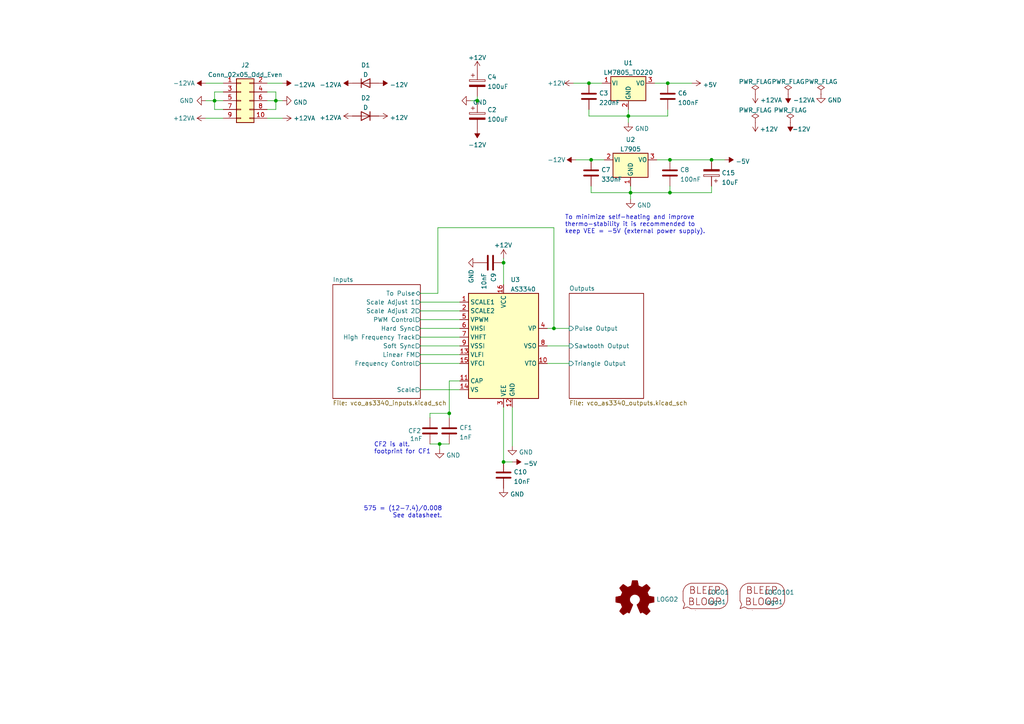
<source format=kicad_sch>
(kicad_sch (version 20211123) (generator eeschema)
  (paper "A4")
  (title_block (title "3340_VCO") (date "2023-01-09") (rev "2.1") (company "RobotDialogs"))
  (lib_symbols
    (symbol "Audio:AS3340"
      (property "Reference" "U" (at -5.08 17.78 0))
      (property "Value" "AS3340" (at 5.08 17.78 0))
      (symbol "AS3340_0_1"
        (rectangle (start -10.16 15.24) (end 10.16 -15.24) (stroke (width 0.254)) (fill (type background)))
      )
      (symbol "AS3340_1_1"
        (pin input line (at -12.7 12.7 0) (length 2.54) (name "SCALE1") (number "1"))
        (pin output line (at 12.7 -5.08 180) (length 2.54) (name "VTO") (number "10"))
        (pin passive line (at -12.7 -10.16 0) (length 2.54) (name "CAP") (number "11"))
        (pin power_in line (at 2.54 -17.78 90) (length 2.54) (name "GND") (number "12"))
        (pin input line (at -12.7 -2.54 0) (length 2.54) (name "VLFI") (number "13"))
        (pin passive line (at -12.7 -12.7 0) (length 2.54) (name "VS") (number "14"))
        (pin input line (at -12.7 -5.08 0) (length 2.54) (name "VFCI") (number "15"))
        (pin power_in line (at 0 17.78 270) (length 2.54) (name "VCC") (number "16"))
        (pin input line (at -12.7 10.16 0) (length 2.54) (name "SCALE2") (number "2"))
        (pin power_in line (at 0 -17.78 90) (length 2.54) (name "VEE") (number "3"))
        (pin output line (at 12.7 5.08 180) (length 2.54) (name "VP") (number "4"))
        (pin input line (at -12.7 7.62 0) (length 2.54) (name "VPWM") (number "5"))
        (pin input line (at -12.7 5.08 0) (length 2.54) (name "VHSI") (number "6"))
        (pin input line (at -12.7 2.54 0) (length 2.54) (name "VHFT") (number "7"))
        (pin output line (at 12.7 0 180) (length 2.54) (name "VSO") (number "8"))
        (pin input line (at -12.7 0 0) (length 2.54) (name "VSSI") (number "9"))
      )
    )
    (symbol "Connector_Generic:Conn_02x05_Odd_Even" (pin_names (offset 1.016) hide)
      (property "Reference" "J" (at 1.27 7.62 0))
      (property "Value" "Conn_02x05_Odd_Even" (at 1.27 -7.62 0))
      (symbol "Conn_02x05_Odd_Even_1_1"
        (rectangle (start -1.27 -4.953) (end 0 -5.207) (stroke (width 0.1524)))
        (rectangle (start -1.27 -2.413) (end 0 -2.667) (stroke (width 0.1524)))
        (rectangle (start -1.27 0.127) (end 0 -0.127) (stroke (width 0.1524)))
        (rectangle (start -1.27 2.667) (end 0 2.413) (stroke (width 0.1524)))
        (rectangle (start -1.27 5.207) (end 0 4.953) (stroke (width 0.1524)))
        (rectangle (start -1.27 6.35) (end 3.81 -6.35) (stroke (width 0.254)) (fill (type background)))
        (rectangle (start 3.81 -4.953) (end 2.54 -5.207) (stroke (width 0.1524)))
        (rectangle (start 3.81 -2.413) (end 2.54 -2.667) (stroke (width 0.1524)))
        (rectangle (start 3.81 0.127) (end 2.54 -0.127) (stroke (width 0.1524)))
        (rectangle (start 3.81 2.667) (end 2.54 2.413) (stroke (width 0.1524)))
        (rectangle (start 3.81 5.207) (end 2.54 4.953) (stroke (width 0.1524)))
        (pin passive line (at -5.08 5.08 0) (length 3.81) (name "Pin_1") (number "1"))
        (pin passive line (at 7.62 -5.08 180) (length 3.81) (name "Pin_10") (number "10"))
        (pin passive line (at 7.62 5.08 180) (length 3.81) (name "Pin_2") (number "2"))
        (pin passive line (at -5.08 2.54 0) (length 3.81) (name "Pin_3") (number "3"))
        (pin passive line (at 7.62 2.54 180) (length 3.81) (name "Pin_4") (number "4"))
        (pin passive line (at -5.08 0 0) (length 3.81) (name "Pin_5") (number "5"))
        (pin passive line (at 7.62 0 180) (length 3.81) (name "Pin_6") (number "6"))
        (pin passive line (at -5.08 -2.54 0) (length 3.81) (name "Pin_7") (number "7"))
        (pin passive line (at 7.62 -2.54 180) (length 3.81) (name "Pin_8") (number "8"))
        (pin passive line (at -5.08 -5.08 0) (length 3.81) (name "Pin_9") (number "9"))
      )
    )
    (symbol "Device:C" (pin_numbers hide) (pin_names (offset 0.254))
      (property "Reference" "C" (at 0.635 2.54 0))
      (property "Value" "C" (at 0.635 -2.54 0))
      (symbol "C_0_1"
        (polyline (pts (xy -2.032 -0.762) (xy 2.032 -0.762)) (stroke (width 0.508)))
        (polyline (pts (xy -2.032 0.762) (xy 2.032 0.762)) (stroke (width 0.508)))
      )
      (symbol "C_1_1"
        (pin passive line (at 0 3.81 270) (length 2.794) (name "~") (number "1"))
        (pin passive line (at 0 -3.81 90) (length 2.794) (name "~") (number "2"))
      )
    )
    (symbol "Device:C_Polarized" (pin_numbers hide) (pin_names (offset 0.254))
      (property "Reference" "C" (at 0.635 2.54 0))
      (property "Value" "C_Polarized" (at 0.635 -2.54 0))
      (symbol "C_Polarized_0_1"
        (rectangle (start -2.286 0.508) (end 2.286 1.016))
        (polyline (pts (xy -1.778 2.286) (xy -0.762 2.286)))
        (polyline (pts (xy -1.27 2.794) (xy -1.27 1.778)))
        (rectangle (start 2.286 -0.508) (end -2.286 -1.016) (fill (type outline)))
      )
      (symbol "C_Polarized_1_1"
        (pin passive line (at 0 3.81 270) (length 2.794) (name "~") (number "1"))
        (pin passive line (at 0 -3.81 90) (length 2.794) (name "~") (number "2"))
      )
    )
    (symbol "Device:D" (pin_numbers hide) (pin_names (offset 1.016) hide)
      (property "Reference" "D" (at 0 2.54 0))
      (property "Value" "D" (at 0 -2.54 0))
      (symbol "D_0_1"
        (polyline (pts (xy -1.27 1.27) (xy -1.27 -1.27)) (stroke (width 0.254)))
        (polyline (pts (xy 1.27 0) (xy -1.27 0)))
        (polyline (pts (xy 1.27 1.27) (xy 1.27 -1.27) (xy -1.27 0) (xy 1.27 1.27)) (stroke (width 0.254)))
      )
      (symbol "D_1_1"
        (pin passive line (at -3.81 0 0) (length 2.54) (name "K") (number "1"))
        (pin passive line (at 3.81 0 180) (length 2.54) (name "A") (number "2"))
      )
    )
    (symbol "My Stuff:Logo_Open_Hardware_Small" (pin_names (offset 1.016))
      (property "Reference" "LOGO1" (at 0 6.985 0))
      (symbol "Logo_Open_Hardware_Small_0_1"
        (polyline (pts (xy 3.3528 -4.3434) (xy 3.302 -4.318) (xy 3.175 -4.2418) (xy 2.9972 -4.1148) (xy 2.7686 -3.9624) (xy 2.54 -3.81) (xy 2.3622 -3.7084) (xy 2.2352 -3.6068) (xy 2.1844 -3.5814) (xy 2.159 -3.6068) (xy 2.0574 -3.6576) (xy 1.905 -3.7338) (xy 1.8034 -3.7846) (xy 1.6764 -3.8354) (xy 1.6002 -3.8354) (xy 1.6002 -3.8354) (xy 1.5494 -3.7338) (xy 1.4732 -3.5306) (xy 1.3462 -3.302) (xy 1.2446 -3.0226) (xy 1.1176 -2.7178) (xy 0.9652 -2.413) (xy 0.8636 -2.1082) (xy 0.7366 -1.8288) (xy 0.6604 -1.6256) (xy 0.6096 -1.4732) (xy 0.5842 -1.397) (xy 0.5842 -1.397) (xy 0.6604 -1.3208) (xy 0.7874 -1.2446) (xy 1.0414 -1.016) (xy 1.2954 -0.6858) (xy 1.4478 -0.3302) (xy 1.524 0.0762) (xy 1.4732 0.4572) (xy 1.3208 0.8128) (xy 1.0668 1.143) (xy 0.762 1.3716) (xy 0.4064 1.524) (xy 0 1.5748) (xy -0.381 1.5494) (xy -0.7366 1.397) (xy -1.0668 1.143) (xy -1.2192 0.9906) (xy -1.397 0.6604) (xy -1.524 0.3048) (xy -1.524 0.2286) (xy -1.4986 -0.1778) (xy -1.397 -0.5334) (xy -1.1938 -0.8636) (xy -0.9144 -1.143) (xy -0.8636 -1.1684) (xy -0.7366 -1.27) (xy -0.635 -1.3462) (xy -0.5842 -1.397) (xy -1.0668 -2.5908) (xy -1.143 -2.794) (xy -1.2954 -3.1242) (xy -1.397 -3.4036) (xy -1.4986 -3.6322) (xy -1.5748 -3.7846) (xy -1.6002 -3.8354) (xy -1.6002 -3.8354) (xy -1.651 -3.8354) (xy -1.7272 -3.81) (xy -1.905 -3.7338) (xy -2.0066 -3.683) (xy -2.1336 -3.6068) (xy -2.2098 -3.5814) (xy -2.2606 -3.6068) (xy -2.3622 -3.683) (xy -2.54 -3.81) (xy -2.7686 -3.9624) (xy -2.9718 -4.0894) (xy -3.1496 -4.2164) (xy -3.302 -4.318) (xy -3.3528 -4.3434) (xy -3.3782 -4.3434) (xy -3.429 -4.318) (xy -3.5306 -4.2164) (xy -3.7084 -4.064) (xy -3.937 -3.8354) (xy -3.9624 -3.81) (xy -4.1656 -3.6068) (xy -4.318 -3.4544) (xy -4.4196 -3.3274) (xy -4.445 -3.2766) (xy -4.445 -3.2766) (xy -4.4196 -3.2258) (xy -4.318 -3.0734) (xy -4.2164 -2.8956) (xy -4.064 -2.667) (xy -3.6576 -2.0828) (xy -3.8862 -1.5494) (xy -3.937 -1.3716) (xy -4.0386 -1.1684) (xy -4.0894 -1.0414) (xy -4.1148 -0.9652) (xy -4.191 -0.9398) (xy -4.318 -0.9144) (xy -4.5466 -0.8636) (xy -4.8006 -0.8128) (xy -5.0546 -0.7874) (xy -5.2578 -0.7366) (xy -5.4356 -0.7112) (xy -5.5118 -0.6858) (xy -5.5118 -0.6858) (xy -5.5372 -0.635) (xy -5.5372 -0.5588) (xy -5.5372 -0.4318) (xy -5.5626 -0.2286) (xy -5.5626 0.0762) (xy -5.5626 0.127) (xy -5.5372 0.4064) (xy -5.5372 0.635) (xy -5.5372 0.762) (xy -5.5372 0.8382) (xy -5.5372 0.8382) (xy -5.461 0.8382) (xy -5.3086 0.889) (xy -5.08 0.9144) (xy -4.826 0.9652) (xy -4.8006 0.9906) (xy -4.5466 1.0414) (xy -4.318 1.0668) (xy -4.1656 1.1176) (xy -4.0894 1.143) (xy -4.0894 1.143) (xy -4.0386 1.2446) (xy -3.9624 1.4224) (xy -3.8608 1.6256) (xy -3.7846 1.8288) (xy -3.7084 2.0066) (xy -3.6576 2.159) (xy -3.6322 2.2098) (xy -3.6322 2.2098) (xy -3.683 2.286) (xy -3.7592 2.413) (xy -3.8862 2.5908) (xy -4.064 2.8194) (xy -4.064 2.8448) (xy -4.2164 3.0734) (xy -4.3434 3.2512) (xy -4.4196 3.3782) (xy -4.445 3.4544) (xy -4.445 3.4544) (xy -4.3942 3.5052) (xy -4.2926 3.6322) (xy -4.1148 3.81) (xy -3.937 4.0132) (xy -3.8608 4.064) (xy -3.6576 4.2926) (xy -3.5052 4.4196) (xy -3.4036 4.4958) (xy -3.3528 4.5212) (xy -3.3528 4.5212) (xy -3.302 4.4704) (xy -3.1496 4.3688) (xy -2.9718 4.2418) (xy -2.7432 4.0894) (xy -2.7178 4.0894) (xy -2.4892 3.937) (xy -2.3114 3.81) (xy -2.1844 3.7084) (xy -2.1336 3.683) (xy -2.1082 3.683) (xy -2.032 3.7084) (xy -1.8542 3.7592) (xy -1.6764 3.8354) (xy -1.4732 3.937) (xy -1.27 4.0132) (xy -1.143 4.064) (xy -1.0668 4.1148) (xy -1.0668 4.1148) (xy -1.0414 4.191) (xy -1.016 4.3434) (xy -0.9652 4.572) (xy -0.9144 4.8514) (xy -0.889 4.9022) (xy -0.8382 5.1562) (xy -0.8128 5.3848) (xy -0.7874 5.5372) (xy -0.762 5.588) (xy -0.7112 5.6134) (xy -0.5842 5.6134) (xy -0.4064 5.6134) (xy -0.1524 5.6134) (xy 0.0762 5.6134) (xy 0.3302 5.6134) (xy 0.5334 5.6134) (xy 0.6858 5.588) (xy 0.7366 5.588) (xy 0.7366 5.588) (xy 0.762 5.5118) (xy 0.8128 5.334) (xy 0.8382 5.1054) (xy 0.9144 4.826) (xy 0.9144 4.7752) (xy 0.9652 4.5212) (xy 1.016 4.2926) (xy 1.0414 4.1402) (xy 1.0668 4.0894) (xy 1.0668 4.0894) (xy 1.1938 4.0386) (xy 1.3716 3.9624) (xy 1.5748 3.8608) (xy 2.0828 3.6576) (xy 2.7178 4.0894) (xy 2.7686 4.1402) (xy 2.9972 4.2926) (xy 3.175 4.4196) (xy 3.302 4.4958) (xy 3.3782 4.5212) (xy 3.3782 4.5212) (xy 3.429 4.4704) (xy 3.556 4.3434) (xy 3.7338 4.191) (xy 3.9116 3.9878) (xy 4.064 3.8354) (xy 4.2418 3.6576) (xy 4.3434 3.556) (xy 4.4196 3.4798) (xy 4.4196 3.429) (xy 4.4196 3.4036) (xy 4.3942 3.3274) (xy 4.2926 3.2004) (xy 4.1656 2.9972) (xy 4.0132 2.794) (xy 3.8862 2.5908) (xy 3.7592 2.3876) (xy 3.6576 2.2352) (xy 3.6322 2.159) (xy 3.6322 2.1336) (xy 3.683 2.0066) (xy 3.7592 1.8288) (xy 3.8608 1.6002) (xy 4.064 1.1176) (xy 4.3942 1.0414) (xy 4.5974 1.016) (xy 4.8768 0.9652) (xy 5.1308 0.9144) (xy 5.5372 0.8382) (xy 5.5626 -0.6604) (xy 5.4864 -0.6858) (xy 5.4356 -0.6858) (xy 5.2832 -0.7366) (xy 5.0546 -0.762) (xy 4.8006 -0.8128) (xy 4.5974 -0.8636) (xy 4.3688 -0.9144) (xy 4.2164 -0.9398) (xy 4.1402 -0.9398) (xy 4.1148 -0.9652) (xy 4.064 -1.0668) (xy 3.9878 -1.2446) (xy 3.9116 -1.4478) (xy 3.81 -1.651) (xy 3.7338 -1.8542) (xy 3.683 -2.0066) (xy 3.6576 -2.0828) (xy 3.683 -2.1336) (xy 3.7846 -2.2606) (xy 3.8862 -2.4638) (xy 4.0386 -2.667) (xy 4.191 -2.8956) (xy 4.318 -3.0734) (xy 4.3942 -3.2004) (xy 4.445 -3.2766) (xy 4.4196 -3.3274) (xy 4.3434 -3.429) (xy 4.1656 -3.5814) (xy 3.937 -3.8354) (xy 3.8862 -3.8608) (xy 3.683 -4.064) (xy 3.5306 -4.2164) (xy 3.4036 -4.318) (xy 3.3528 -4.3434)) (fill (type outline)))
      )
    )
    (symbol "My Stuff:logo1" (pin_names (offset 1.016))
      (property "Reference" "LOGO" (at 0 -4.826 0))
      (property "Value" "logo1" (at 0 4.826 0))
      (symbol "logo1_0_0"
        (text "" (at -1.27 1.27 0) (effects (font (size 1.27 1.27))))
        (text "BLEEP" (at 0 1.524 0) (effects (font (size 2 2))))
        (text "BLOOP" (at 0 -1.778 0) (effects (font (size 2 2))))
      )
      (symbol "logo1_0_1"
        (rectangle (start -2.794 -4.318) (end -2.794 -4.318) (stroke (width 0.1524)))
        (polyline (pts (xy -6.35 1.27) (xy -6.35 -1.524)) (stroke (width 0.1524)))
        (polyline (pts (xy -4.064 -3.81) (xy 4.318 -3.81)) (stroke (width 0.1524)))
        (polyline (pts (xy -4.064 3.556) (xy 4.318 3.556)) (stroke (width 0.1524)))
        (polyline (pts (xy 6.604 1.27) (xy 6.604 -1.524)) (stroke (width 0.1524)))
        (polyline (pts (xy -6.35 1.27) (xy -6.096 2.032) (xy -5.588 2.794) (xy -4.826 3.302) (xy -4.064 3.556)) (stroke (width 0.1524)))
        (polyline (pts (xy -4.064 -3.81) (xy -5.08 -3.302) (xy -6.35 -3.81) (xy -5.842 -2.54) (xy -6.35 -1.524)) (stroke (width 0.1524)))
        (polyline (pts (xy 4.318 3.556) (xy 5.08 3.302) (xy 5.842 2.794) (xy 6.35 2.032) (xy 6.604 1.27)) (stroke (width 0.1524)))
        (polyline (pts (xy 6.604 -1.524) (xy 6.35 -2.286) (xy 5.842 -3.048) (xy 5.08 -3.556) (xy 4.318 -3.81)) (stroke (width 0.1524)))
      )
    )
    (symbol "Regulator_Linear:L7905" (pin_names (offset 0.254))
      (property "Reference" "U" (at -3.81 -3.175 0))
      (property "Value" "L7905" (at 0 -3.175 0))
      (symbol "L7905_0_1"
        (rectangle (start -5.08 5.08) (end 5.08 -1.905) (stroke (width 0.254)) (fill (type background)))
      )
      (symbol "L7905_1_1"
        (pin power_in line (at 0 7.62 270) (length 2.54) (name "GND") (number "1"))
        (pin power_in line (at -7.62 0 0) (length 2.54) (name "VI") (number "2"))
        (pin power_out line (at 7.62 0 180) (length 2.54) (name "VO") (number "3"))
      )
    )
    (symbol "Regulator_Linear:LM7805_TO220" (pin_names (offset 0.254))
      (property "Reference" "U" (at -3.81 3.175 0))
      (property "Value" "LM7805_TO220" (at 0 3.175 0))
      (symbol "LM7805_TO220_0_1"
        (rectangle (start -5.08 1.905) (end 5.08 -5.08) (stroke (width 0.254)) (fill (type background)))
      )
      (symbol "LM7805_TO220_1_1"
        (pin power_in line (at -7.62 0 0) (length 2.54) (name "VI") (number "1"))
        (pin power_in line (at 0 -7.62 90) (length 2.54) (name "GND") (number "2"))
        (pin power_out line (at 7.62 0 180) (length 2.54) (name "VO") (number "3"))
      )
    )
    (symbol "power:+12V" (power) (pin_names (offset 0))
      (property "Value" "+12V" (at 0 3.556 0))
      (symbol "+12V_0_1"
        (polyline (pts (xy -0.762 1.27) (xy 0 2.54)))
        (polyline (pts (xy 0 0) (xy 0 2.54)))
        (polyline (pts (xy 0 2.54) (xy 0.762 1.27)))
      )
      (symbol "+12V_1_1"
        (pin power_in line (at 0 0 90) (length 0) hide (name "+12V") (number "1"))
      )
    )
    (symbol "power:+12VA" (power) (pin_names (offset 0))
      (property "Value" "+12VA" (at 0 3.556 0))
      (symbol "+12VA_0_1"
        (polyline (pts (xy -0.762 1.27) (xy 0 2.54)))
        (polyline (pts (xy 0 0) (xy 0 2.54)))
        (polyline (pts (xy 0 2.54) (xy 0.762 1.27)))
      )
      (symbol "+12VA_1_1"
        (pin power_in line (at 0 0 90) (length 0) hide (name "+12VA") (number "1"))
      )
    )
    (symbol "power:+5V" (power) (pin_names (offset 0))
      (property "Value" "+5V" (at 0 3.556 0))
      (symbol "+5V_0_1"
        (polyline (pts (xy -0.762 1.27) (xy 0 2.54)))
        (polyline (pts (xy 0 0) (xy 0 2.54)))
        (polyline (pts (xy 0 2.54) (xy 0.762 1.27)))
      )
      (symbol "+5V_1_1"
        (pin power_in line (at 0 0 90) (length 0) hide (name "+5V") (number "1"))
      )
    )
    (symbol "power:-12V" (power) (pin_names (offset 0))
      (property "Value" "-12V" (at 0 3.81 0))
      (symbol "-12V_0_0"
        (pin power_in line (at 0 0 90) (length 0) hide (name "-12V") (number "1"))
      )
      (symbol "-12V_0_1"
        (polyline (pts (xy 0 0) (xy 0 1.27) (xy 0.762 1.27) (xy 0 2.54) (xy -0.762 1.27) (xy 0 1.27)) (fill (type outline)))
      )
    )
    (symbol "power:-12VA" (power) (pin_names (offset 0))
      (property "Value" "-12VA" (at 0 3.556 0))
      (symbol "-12VA_0_0"
        (pin power_in line (at 0 0 90) (length 0) hide (name "-12VA") (number "1"))
      )
      (symbol "-12VA_0_1"
        (polyline (pts (xy 0 0) (xy 0 1.27) (xy 0.762 1.27) (xy 0 2.54) (xy -0.762 1.27) (xy 0 1.27)) (fill (type outline)))
      )
    )
    (symbol "power:-5V" (power) (pin_names (offset 0))
      (property "Value" "-5V" (at 0 3.81 0))
      (symbol "-5V_0_0"
        (pin power_in line (at 0 0 90) (length 0) hide (name "-5V") (number "1"))
      )
      (symbol "-5V_0_1"
        (polyline (pts (xy 0 0) (xy 0 1.27) (xy 0.762 1.27) (xy 0 2.54) (xy -0.762 1.27) (xy 0 1.27)) (fill (type outline)))
      )
    )
    (symbol "power:GND" (power) (pin_names (offset 0))
      (property "Value" "GND" (at 0 -3.81 0))
      (symbol "GND_0_1"
        (polyline (pts (xy 0 0) (xy 0 -1.27) (xy 1.27 -1.27) (xy 0 -2.54) (xy -1.27 -1.27) (xy 0 -1.27)))
      )
      (symbol "GND_1_1"
        (pin power_in line (at 0 0 270) (length 0) hide (name "GND") (number "1"))
      )
    )
    (symbol "power:PWR_FLAG" (power) (pin_numbers hide) (pin_names (offset 0) hide)
      (property "Value" "PWR_FLAG" (at 0 3.81 0))
      (symbol "PWR_FLAG_0_0"
        (pin power_out line (at 0 0 90) (length 0) (name "pwr") (number "1"))
      )
      (symbol "PWR_FLAG_0_1"
        (polyline (pts (xy 0 0) (xy 0 1.27) (xy -1.016 1.905) (xy 0 2.54) (xy 1.016 1.905) (xy 0 1.27)))
      )
    )
  )
  (junction (at 194.31 55.88))
  (junction (at 80.01 29.21))
  (junction (at 127.508 128.778))
  (junction (at 130.302 119.888))
  (junction (at 206.375 46.355))
  (junction (at 146.05 133.985))
  (junction (at 160.655 95.25))
  (junction (at 171.45 46.355))
  (junction (at 170.815 24.13))
  (junction (at 62.23 29.21))
  (junction (at 194.31 46.355))
  (junction (at 182.88 55.88))
  (junction (at 182.245 33.655))
  (junction (at 146.05 76.2))
  (junction (at 138.43 29.21))
  (junction (at 193.675 24.13))
  (wire (pts (xy 127 66.04) (xy 160.655 66.04)))
  (wire (pts (xy 146.05 133.985) (xy 148.59 133.985)))
  (wire (pts (xy 121.92 92.71) (xy 133.35 92.71)))
  (wire (pts (xy 127.508 130.302) (xy 127.508 128.778)))
  (wire (pts (xy 182.245 31.75) (xy 182.245 33.655)))
  (wire (pts (xy 138.43 29.21) (xy 138.43 29.845)))
  (wire (pts (xy 136.525 29.21) (xy 138.43 29.21)))
  (wire (pts (xy 189.865 24.13) (xy 193.675 24.13)))
  (wire (pts (xy 148.59 129.413) (xy 148.59 118.11)))
  (wire (pts (xy 62.23 26.67) (xy 62.23 29.21)))
  (wire (pts (xy 64.77 26.67) (xy 62.23 26.67)))
  (wire (pts (xy 121.92 113.03) (xy 133.35 113.03)))
  (wire (pts (xy 167.005 46.355) (xy 171.45 46.355)))
  (wire (pts (xy 80.01 29.21) (xy 80.01 31.75)))
  (wire (pts (xy 171.45 46.355) (xy 175.26 46.355)))
  (wire (pts (xy 182.88 55.88) (xy 182.88 57.785)))
  (wire (pts (xy 146.05 118.11) (xy 146.05 133.985)))
  (wire (pts (xy 158.75 105.41) (xy 165.1 105.41)))
  (wire (pts (xy 133.35 110.49) (xy 130.302 110.49)))
  (wire (pts (xy 193.675 24.13) (xy 200.66 24.13)))
  (wire (pts (xy 130.302 110.49) (xy 130.302 119.888)))
  (wire (pts (xy 121.92 87.63) (xy 133.35 87.63)))
  (wire (pts (xy 59.69 24.13) (xy 64.77 24.13)))
  (wire (pts (xy 160.655 66.04) (xy 160.655 95.25)))
  (wire (pts (xy 127 66.04) (xy 127 85.09)))
  (wire (pts (xy 194.31 46.355) (xy 206.375 46.355)))
  (wire (pts (xy 146.05 76.2) (xy 146.05 82.55)))
  (wire (pts (xy 206.375 53.975) (xy 206.375 55.88)))
  (wire (pts (xy 171.45 53.975) (xy 171.45 55.88)))
  (wire (pts (xy 62.23 29.21) (xy 64.77 29.21)))
  (wire (pts (xy 121.92 95.25) (xy 133.35 95.25)))
  (wire (pts (xy 206.375 46.355) (xy 210.185 46.355)))
  (wire (pts (xy 182.88 53.975) (xy 182.88 55.88)))
  (wire (pts (xy 77.47 24.13) (xy 81.915 24.13)))
  (wire (pts (xy 77.47 26.67) (xy 80.01 26.67)))
  (wire (pts (xy 62.23 29.21) (xy 62.23 31.75)))
  (wire (pts (xy 170.815 31.75) (xy 170.815 33.655)))
  (wire (pts (xy 80.01 29.21) (xy 81.915 29.21)))
  (wire (pts (xy 121.92 100.33) (xy 133.35 100.33)))
  (wire (pts (xy 130.302 119.888) (xy 130.302 121.158)))
  (wire (pts (xy 170.815 33.655) (xy 182.245 33.655)))
  (wire (pts (xy 80.01 26.67) (xy 80.01 29.21)))
  (wire (pts (xy 127.508 128.778) (xy 130.302 128.778)))
  (wire (pts (xy 80.01 31.75) (xy 77.47 31.75)))
  (wire (pts (xy 193.675 33.655) (xy 193.675 31.75)))
  (wire (pts (xy 182.245 33.655) (xy 193.675 33.655)))
  (wire (pts (xy 62.23 31.75) (xy 64.77 31.75)))
  (wire (pts (xy 121.92 90.17) (xy 133.35 90.17)))
  (wire (pts (xy 158.75 95.25) (xy 160.655 95.25)))
  (wire (pts (xy 77.47 34.29) (xy 81.915 34.29)))
  (wire (pts (xy 194.31 55.88) (xy 194.31 53.975)))
  (wire (pts (xy 127 85.09) (xy 121.92 85.09)))
  (wire (pts (xy 124.714 121.158) (xy 124.714 119.888)))
  (wire (pts (xy 166.37 24.13) (xy 170.815 24.13)))
  (wire (pts (xy 146.05 74.93) (xy 146.05 76.2)))
  (wire (pts (xy 59.69 29.21) (xy 62.23 29.21)))
  (wire (pts (xy 121.92 97.79) (xy 133.35 97.79)))
  (wire (pts (xy 158.75 100.33) (xy 165.1 100.33)))
  (wire (pts (xy 190.5 46.355) (xy 194.31 46.355)))
  (wire (pts (xy 206.375 55.88) (xy 194.31 55.88)))
  (wire (pts (xy 77.47 29.21) (xy 80.01 29.21)))
  (wire (pts (xy 160.655 95.25) (xy 165.1 95.25)))
  (wire (pts (xy 64.77 34.29) (xy 59.69 34.29)))
  (wire (pts (xy 124.714 119.888) (xy 130.302 119.888)))
  (wire (pts (xy 138.43 27.94) (xy 138.43 29.21)))
  (wire (pts (xy 182.245 33.655) (xy 182.245 35.56)))
  (wire (pts (xy 124.714 128.778) (xy 127.508 128.778)))
  (wire (pts (xy 171.45 55.88) (xy 182.88 55.88)))
  (wire (pts (xy 121.92 102.87) (xy 133.35 102.87)))
  (wire (pts (xy 170.815 24.13) (xy 174.625 24.13)))
  (wire (pts (xy 182.88 55.88) (xy 194.31 55.88)))
  (wire (pts (xy 121.92 105.41) (xy 133.35 105.41)))
  (text "575 = (12-7.4)/0.008\nSee datasheet." (at 128.27 150.368 180) (effects (font (size 1.27 1.27)) (justify right bottom)))
  (text "To minimize self-heating and improve\nthermo-stability it is recommended to\nkeep VEE = -5V (external power supply)." (at 163.83 67.945 0) (effects (font (size 1.27 1.27)) (justify left bottom)))
  (text "CF2 is alt. \nfootprint for CF1" (at 108.458 131.826 0) (effects (font (size 1.27 1.27)) (justify left bottom)))
  (symbol (lib_id "Device:D") (at 106.045 24.13 0) (unit 1)
    (property "Reference" "D1" (at 106.045 18.8935 0))
    (property "Value" "D" (at 106.045 21.6686 0))
    (property "Footprint" "Diode_THT:D_A-405_P2.54mm_Vertical_KathodeUp" (effects hide))
  )
  (symbol (lib_id "Device:C_Polarized") (at 138.43 24.13 0) (unit 1)
    (property "Reference" "C4" (at 141.351 22.3325 0) (effects (justify left)))
    (property "Value" "100uF" (at 141.351 25.1076 0) (effects (justify left)))
    (property "Footprint" "Capacitor_THT:CP_Radial_D5.0mm_P2.50mm" (effects hide))
  )
  (symbol (lib_id "power:+12VA") (at 59.69 34.29 90) (unit 1)
    (property "Reference" "#PWR0106" (effects hide))
    (property "Value" "+12VA" (at 50.165 34.29 90) (effects (justify right)))
  )
  (symbol (lib_id "power:-12VA") (at 228.6 27.305 180) (unit 1)
    (property "Reference" "#PWR0126" (effects hide))
    (property "Value" "-12VA" (at 229.997 29.054 0) (effects (justify right)))
  )
  (symbol (lib_id "power:+12V") (at 138.43 20.32 0) (unit 1)
    (property "Reference" "#PWR0130" (effects hide))
    (property "Value" "+12V" (at 138.43 16.7155 0))
  )
  (symbol (lib_id "power:GND") (at 148.59 129.413 0) (unit 1)
    (property "Reference" "#PWR06" (effects hide))
    (property "Value" "GND" (at 150.495 131.162 0) (effects (justify left)))
  )
  (symbol (lib_id "power:GND") (at 138.43 76.2 270) (unit 1)
    (property "Reference" "#PWR05" (effects hide))
    (property "Value" "GND" (at 136.681 78.105 0) (effects (justify left)))
  )
  (symbol (lib_id "Connector_Generic:Conn_02x05_Odd_Even") (at 69.85 29.21 0) (unit 1)
    (property "Reference" "J2" (at 71.12 18.8935 0))
    (property "Value" "Conn_02x05_Odd_Even" (at 71.12 21.6686 0))
    (property "Footprint" "Connector_IDC:IDC-Header_2x05_P2.54mm_Vertical" (effects hide))
  )
  (symbol (lib_id "My Stuff:Logo_Open_Hardware_Small") (at 184.15 173.99 0) (unit 1)
    (property "Reference" "LOGO2" (at 190.3476 173.834 0) (effects (justify left)))
    (property "Value" "Logo_Open_Hardware_Small" (effects hide))
    (property "Footprint" "Symbol:OSHW-Symbol_6.7x6mm_SilkScreen" (effects hide))
  )
  (symbol (lib_id "power:-12V") (at 138.43 37.465 180) (unit 1)
    (property "Reference" "#PWR0122" (effects hide))
    (property "Value" "-12V" (at 138.43 42.0275 0))
  )
  (symbol (lib_id "power:+12V") (at 109.855 33.655 270) (unit 1)
    (property "Reference" "#PWR0112" (effects hide))
    (property "Value" "+12V" (at 113.03 34.134 90) (effects (justify left)))
  )
  (symbol (lib_id "power:-12VA") (at 59.69 24.13 90) (unit 1)
    (property "Reference" "#PWR0105" (effects hide))
    (property "Value" "-12VA" (at 50.165 24.13 90) (effects (justify right)))
  )
  (symbol (lib_id "power:-12V") (at 229.235 35.56 180) (unit 1)
    (property "Reference" "#PWR0127" (effects hide))
    (property "Value" "-12V" (at 232.41 37.465 0))
  )
  (symbol (lib_id "Device:C_Polarized") (at 138.43 33.655 0) (unit 1)
    (property "Reference" "C2" (at 141.351 31.8575 0) (effects (justify left)))
    (property "Value" "100uF" (at 141.351 34.6326 0) (effects (justify left)))
    (property "Footprint" "Capacitor_THT:CP_Radial_D5.0mm_P2.50mm" (effects hide))
  )
  (symbol (lib_id "power:PWR_FLAG") (at 219.075 35.56 0) (unit 1)
    (property "Reference" "#FLG0102" (effects hide))
    (property "Value" "PWR_FLAG" (at 219.075 31.9555 0))
  )
  (symbol (lib_id "power:-5V") (at 148.59 133.985 270) (unit 1)
    (property "Reference" "#PWR09" (effects hide))
    (property "Value" "-5V" (at 151.765 134.464 90) (effects (justify left)))
  )
  (symbol (lib_id "power:GND") (at 182.245 35.56 0) (unit 1)
    (property "Reference" "#PWR0101" (effects hide))
    (property "Value" "GND" (at 184.15 37.309 0) (effects (justify left)))
  )
  (symbol (lib_id "power:+12V") (at 219.075 35.56 180) (unit 1)
    (property "Reference" "#PWR0124" (effects hide))
    (property "Value" "+12V" (at 220.345 37.465 0) (effects (justify right)))
  )
  (symbol (lib_id "Device:C") (at 194.31 50.165 0) (unit 1)
    (property "Reference" "C8" (at 197.231 49.2565 0) (effects (justify left)))
    (property "Value" "100nF" (at 197.231 52.0316 0) (effects (justify left)))
    (property "Footprint" "Capacitor_SMD:C_1206_3216Metric_Pad1.33x1.80mm_HandSolder" (effects hide))
  )
  (symbol (lib_id "power:+12VA") (at 219.075 27.305 180) (unit 1)
    (property "Reference" "#PWR0125" (effects hide))
    (property "Value" "+12VA" (at 220.472 29.054 0) (effects (justify right)))
  )
  (symbol (lib_id "power:PWR_FLAG") (at 238.125 27.305 0) (unit 1)
    (property "Reference" "#FLG0103" (effects hide))
    (property "Value" "PWR_FLAG" (at 238.125 23.7005 0))
  )
  (symbol (lib_id "power:GND") (at 146.05 141.605 0) (unit 1)
    (property "Reference" "#PWR010" (effects hide))
    (property "Value" "GND" (at 147.955 143.354 0) (effects (justify left)))
  )
  (symbol (lib_id "power:-12VA") (at 102.235 24.13 90) (unit 1)
    (property "Reference" "#PWR0107" (effects hide))
    (property "Value" "-12VA" (at 99.06 24.609 90) (effects (justify left)))
  )
  (symbol (lib_id "Device:C") (at 130.302 124.968 0) (unit 1)
    (property "Reference" "CF1" (at 133.223 124.0595 0) (effects (justify left)))
    (property "Value" "1nF" (at 133.223 126.8346 0) (effects (justify left)))
    (property "Footprint" "Capacitor_THT:C_Rect_L10.0mm_W2.5mm_P7.50mm_MKS4" (effects hide))
  )
  (symbol (lib_id "power:GND") (at 182.88 57.785 0) (unit 1)
    (property "Reference" "#PWR03" (effects hide))
    (property "Value" "GND" (at 184.785 59.534 0) (effects (justify left)))
  )
  (symbol (lib_id "power:+12V") (at 146.05 74.93 0) (unit 1)
    (property "Reference" "#PWR04" (effects hide))
    (property "Value" "+12V" (at 148.59 71.12 0) (effects (justify right)))
  )
  (symbol (lib_id "power:PWR_FLAG") (at 219.075 27.305 0) (unit 1)
    (property "Reference" "#FLG0101" (effects hide))
    (property "Value" "PWR_FLAG" (at 219.075 23.7005 0))
  )
  (symbol (lib_id "power:PWR_FLAG") (at 228.6 27.305 0) (unit 1)
    (property "Reference" "#FLG0104" (effects hide))
    (property "Value" "PWR_FLAG" (at 228.6 23.7005 0))
  )
  (symbol (lib_id "Device:C") (at 146.05 137.795 0) (unit 1)
    (property "Reference" "C10" (at 148.971 136.8865 0) (effects (justify left)))
    (property "Value" "10nF" (at 148.971 139.6616 0) (effects (justify left)))
    (property "Footprint" "Capacitor_SMD:C_1206_3216Metric_Pad1.33x1.80mm_HandSolder" (effects hide))
  )
  (symbol (lib_id "power:+5V") (at 200.66 24.13 270) (unit 1)
    (property "Reference" "#PWR0102" (effects hide))
    (property "Value" "+5V" (at 203.835 24.609 90) (effects (justify left)))
  )
  (symbol (lib_id "Regulator_Linear:LM7805_TO220") (at 182.245 24.13 0) (unit 1)
    (property "Reference" "U1" (at 182.245 18.2585 0))
    (property "Value" "LM7805_TO220" (at 182.245 21.0336 0))
    (property "Footprint" "Package_TO_SOT_THT:TO-220-3_Vertical" (effects hide))
    (property "Datasheet" "https://www.onsemi.cn/PowerSolutions/document/MC7800-D.PDF" (effects hide))
  )
  (symbol (lib_id "power:+12V") (at 166.37 24.13 90) (unit 1)
    (property "Reference" "#PWR0103" (effects hide))
    (property "Value" "+12V" (at 158.75 24.13 90) (effects (justify right)))
  )
  (symbol (lib_id "power:-12V") (at 167.005 46.355 90) (unit 1)
    (property "Reference" "#PWR01" (effects hide))
    (property "Value" "-12V" (at 158.75 46.355 90) (effects (justify right)))
  )
  (symbol (lib_id "power:GND") (at 81.915 29.21 90) (unit 1)
    (property "Reference" "#PWR0111" (effects hide))
    (property "Value" "GND" (at 85.09 29.689 90) (effects (justify right)))
  )
  (symbol (lib_id "Device:C") (at 193.675 27.94 0) (unit 1)
    (property "Reference" "C6" (at 196.596 27.0315 0) (effects (justify left)))
    (property "Value" "100nF" (at 196.596 29.8066 0) (effects (justify left)))
    (property "Footprint" "Capacitor_SMD:C_1206_3216Metric_Pad1.33x1.80mm_HandSolder" (effects hide))
  )
  (symbol (lib_id "Audio:AS3340") (at 146.05 100.33 0) (unit 1)
    (property "Reference" "U3" (at 148.0694 81.1235 0) (effects (justify left)))
    (property "Value" "AS3340" (at 148.0694 83.8986 0) (effects (justify left)))
    (property "Footprint" "Package_DIP:DIP-16_W7.62mm_Socket_LongPads" (effects hide))
    (property "Datasheet" "http://www.alfarzpp.lv/eng/sc/AS3340.pdf" (effects hide))
  )
  (symbol (lib_id "Device:C_Polarized") (at 206.375 50.165 180) (unit 1)
    (property "Reference" "C15" (at 209.296 50.1455 0) (effects (justify right)))
    (property "Value" "10uF" (at 209.296 52.9206 0) (effects (justify right)))
    (property "Footprint" "Capacitor_THT:CP_Radial_D5.0mm_P2.50mm" (effects hide))
  )
  (symbol (lib_id "power:+12VA") (at 102.235 33.655 90) (unit 1)
    (property "Reference" "#PWR0108" (effects hide))
    (property "Value" "+12VA" (at 99.06 34.134 90) (effects (justify left)))
  )
  (symbol (lib_id "Device:C") (at 171.45 50.165 0) (unit 1)
    (property "Reference" "C7" (at 174.371 49.2565 0) (effects (justify left)))
    (property "Value" "330nF" (at 174.371 52.0316 0) (effects (justify left)))
    (property "Footprint" "Capacitor_SMD:C_1206_3216Metric_Pad1.33x1.80mm_HandSolder" (effects hide))
  )
  (symbol (lib_id "power:-12V") (at 109.855 24.13 270) (unit 1)
    (property "Reference" "#PWR0113" (effects hide))
    (property "Value" "-12V" (at 113.03 24.609 90) (effects (justify left)))
  )
  (symbol (lib_id "My Stuff:logo1") (at 220.98 172.72 0) (unit 1)
    (property "Reference" "LOGO101" (at 221.615 171.8115 0) (effects (justify left)))
    (property "Value" "logo1" (at 221.615 174.5866 0) (effects (justify left)))
    (property "Footprint" "My Stuff:Logo2" (effects hide))
  )
  (symbol (lib_id "Device:C") (at 170.815 27.94 0) (unit 1)
    (property "Reference" "C3" (at 173.736 27.0315 0) (effects (justify left)))
    (property "Value" "220nF" (at 173.736 29.8066 0) (effects (justify left)))
    (property "Footprint" "Capacitor_SMD:C_1206_3216Metric_Pad1.33x1.80mm_HandSolder" (effects hide))
  )
  (symbol (lib_id "power:-5V") (at 210.185 46.355 270) (unit 1)
    (property "Reference" "#PWR02" (effects hide))
    (property "Value" "-5V" (at 213.36 46.834 90) (effects (justify left)))
  )
  (symbol (lib_id "power:GND") (at 136.525 29.21 270) (unit 1)
    (property "Reference" "#PWR0123" (effects hide))
    (property "Value" "GND" (at 137.16 29.689 90) (effects (justify left)))
  )
  (symbol (lib_id "power:-12VA") (at 81.915 24.13 270) (unit 1)
    (property "Reference" "#PWR0109" (effects hide))
    (property "Value" "-12VA" (at 85.09 24.609 90) (effects (justify left)))
  )
  (symbol (lib_id "Regulator_Linear:L7905") (at 182.88 46.355 0) (mirror x) (unit 1)
    (property "Reference" "U2" (at 182.88 40.4835 0))
    (property "Value" "L7905" (at 182.88 43.2586 0))
    (property "Footprint" "Package_TO_SOT_THT:TO-220-3_Vertical" (effects hide))
    (property "Datasheet" "http://www.st.com/content/ccc/resource/technical/document/datasheet/c9/16/86/41/c7/2b/45/f2/CD00000450.pdf/files/CD00000450.pdf/jcr:content/translations/en.CD00000450.pdf" (effects hide))
  )
  (symbol (lib_id "power:GND") (at 127.508 130.302 0) (unit 1)
    (property "Reference" "#PWR07" (effects hide))
    (property "Value" "GND" (at 129.413 132.051 0) (effects (justify left)))
  )
  (symbol (lib_id "power:+12VA") (at 81.915 34.29 270) (unit 1)
    (property "Reference" "#PWR0110" (effects hide))
    (property "Value" "+12VA" (at 85.09 34.29 90) (effects (justify left)))
  )
  (symbol (lib_id "power:GND") (at 238.125 27.305 0) (unit 1)
    (property "Reference" "#PWR0128" (effects hide))
    (property "Value" "GND" (at 240.03 29.054 0) (effects (justify left)))
  )
  (symbol (lib_id "power:PWR_FLAG") (at 229.235 35.56 0) (unit 1)
    (property "Reference" "#FLG0105" (effects hide))
    (property "Value" "PWR_FLAG" (at 229.235 31.9555 0))
  )
  (symbol (lib_id "Device:D") (at 106.045 33.655 180) (unit 1)
    (property "Reference" "D2" (at 106.045 28.4185 0))
    (property "Value" "D" (at 106.045 31.1936 0))
    (property "Footprint" "Diode_THT:D_A-405_P2.54mm_Vertical_KathodeUp" (effects hide))
  )
  (symbol (lib_id "My Stuff:logo1") (at 204.47 172.72 0) (unit 1)
    (property "Reference" "LOGO1" (at 205.105 171.8115 0) (effects (justify left)))
    (property "Value" "logo1" (at 205.105 174.5866 0) (effects (justify left)))
    (property "Footprint" "My Stuff:Logo1" (effects hide))
  )
  (symbol (lib_id "power:GND") (at 59.69 29.21 270) (unit 1)
    (property "Reference" "#PWR0104" (effects hide))
    (property "Value" "GND" (at 52.07 29.21 90) (effects (justify left)))
  )
  (symbol (lib_id "Device:C") (at 124.714 124.968 0) (unit 1)
    (property "Reference" "CF2" (at 118.364 124.968 0) (effects (justify left)))
    (property "Value" "1nF" (at 118.872 127.254 0) (effects (justify left)))
    (property "Footprint" "Capacitor_THT:C_Rect_L7.0mm_W2.5mm_P5.00mm" (effects hide))
  )
  (symbol (lib_id "Device:C") (at 142.24 76.2 270) (unit 1)
    (property "Reference" "C9" (at 143.1485 79.121 0) (effects (justify left)))
    (property "Value" "10nF" (at 140.3734 79.121 0) (effects (justify left)))
    (property "Footprint" "Capacitor_SMD:C_1206_3216Metric_Pad1.33x1.80mm_HandSolder" (effects hide))
  )
  (sheet (at 165.1 85.09) (size 21.59 30.48) (stroke (width 0.1524))
    (property "Sheet name" "Outputs" (at 165.1 84.3784 0) (effects (justify left bottom)))
    (property "Sheet file" "vco_as3340_outputs.kicad_sch" (at 165.1 116.1546 0) (effects (justify left top)))
    (pin "Triangle Output" input (at 165.1 105.41 180))
    (pin "Sawtooth Output" input (at 165.1 100.33 180))
    (pin "Pulse Output" input (at 165.1 95.25 180))
  )
  (sheet (at 96.52 82.55) (size 25.4 33.02) (stroke (width 0.1524))
    (property "Sheet name" "Inputs" (at 96.52 81.8384 0) (effects (justify left bottom)))
    (property "Sheet file" "vco_as3340_inputs.kicad_sch" (at 96.52 116.1546 0) (effects (justify left top)))
    (pin "PWM Control" output (at 121.92 92.71 0))
    (pin "Frequency Control" output (at 121.92 105.41 0))
    (pin "Scale Adjust 1" output (at 121.92 87.63 0))
    (pin "Scale Adjust 2" output (at 121.92 90.17 0))
    (pin "Soft Sync" output (at 121.92 100.33 0))
    (pin "Hard Sync" output (at 121.92 95.25 0))
    (pin "High Frequency Track" output (at 121.92 97.79 0))
    (pin "Linear FM" output (at 121.92 102.87 0))
    (pin "Scale" output (at 121.92 113.03 0))
    (pin "To Pulse" bidirectional (at 121.92 85.09 0))
  )
)
</source>
